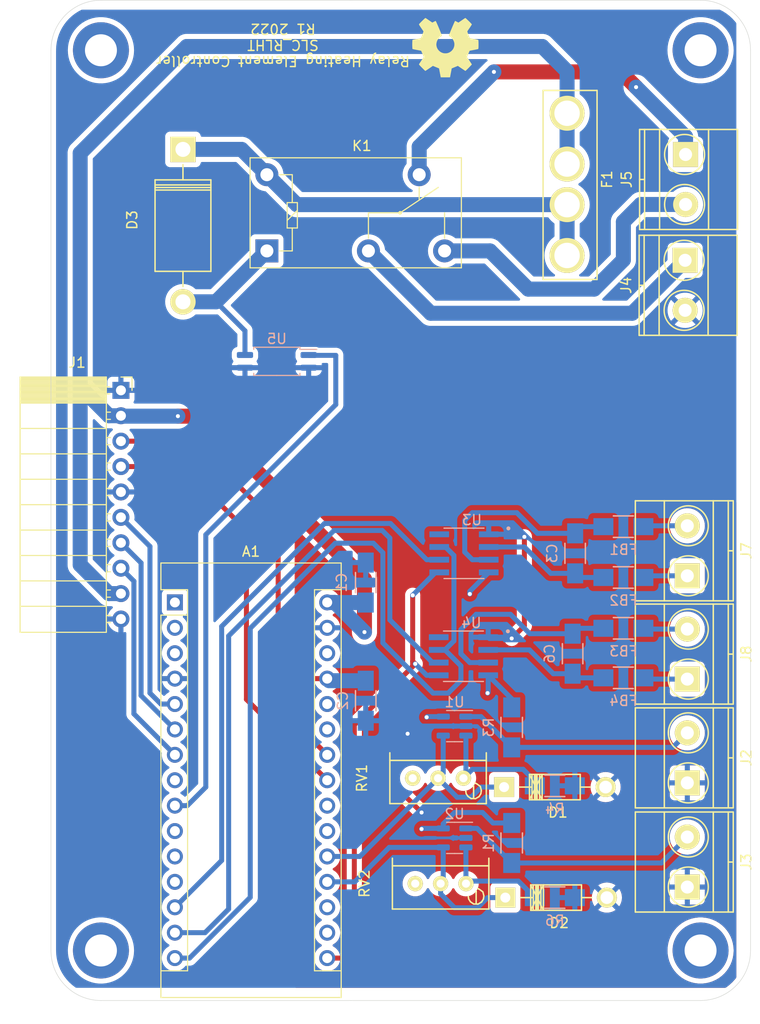
<source format=kicad_pcb>
(kicad_pcb (version 20211014) (generator pcbnew)
  (layers (0 "F.Cu" signal) (31 "B.Cu" signal) (34 "B.Paste" user) (35 "F.Paste" user) (36 "B.SilkS" user "B.Silkscreen") (37 "F.SilkS" user "F.Silkscreen") (38 "B.Mask" user) (39 "F.Mask" user) (44 "Edge.Cuts" user))
  (net 0 "")
  (net 3 "GND")
  (net 5 "+5V")
  (net 8 "/TMSTR1")
  (net 9 "/TMSTR2")
  (net 10 "/I2C_TC_CLK")
  (net 12 "/I2C_DAT")
  (net 14 "/SYNC")
  (net 16 "/E_STOP")
  (net 23 "+12V")
  (net 24 "/INT")
  (net 25 "/PWM")
  (net 26 "/TC_DATA")
  (net 27 "/TC_CLK")
  (net 28 "/SS1")
  (net 29 "/SS2")
  (net 30 "/T-1")
  (net 31 "/T+1")
  (net 32 "Net-(D3-Pad1)")
  (net 34 "/T-2")
  (net 35 "/T+2")
  (net 37 "Net-(FB1-Pad2)")
  (net 38 "Net-(FB2-Pad2)")
  (net 39 "Net-(FB3-Pad2)")
  (net 40 "Net-(FB4-Pad2)")
  (net 41 "Net-(J2-Pad2)")
  (net 42 "Net-(J3-Pad2)")
  (net 43 "Net-(J5-Pad1)")
  (net 44 "Net-(J5-Pad2)")
  (net 45 "Net-(R4-Pad1)")
  (net 46 "Net-(R6-Pad1)")
  (net 49 "Net-(J4-Pad1)")
  (net 50 "Net-(K1-Pad1)")
  (footprint "MountingHole:MountingHole_3.2mm_M3_DIN965_Pad" (layer "F.Cu") (at 127.6 44.8)
    (fp_text reference "H1" hide)
    (fp_text value "MountingHole")
    (pad "1" thru_hole circle locked (at 0 0) (size 5.6 5.6) (drill 3.2) (layers *.Cu *.Mask))
  )
  (footprint "MountingHole:MountingHole_3.2mm_M3_DIN965_Pad" (layer "F.Cu") (at 187.6 44.8)
    (fp_text reference "H2" hide)
    (fp_text value "MountingHole")
    (pad "1" thru_hole circle locked (at 0 0) (size 5.6 5.6) (drill 3.2) (layers *.Cu *.Mask))
  )
  (footprint "MountingHole:MountingHole_3.2mm_M3_DIN965_Pad" (layer "F.Cu") (at 127.6 134.8)
    (fp_text reference "H3" hide)
    (fp_text value "MountingHole")
    (pad "1" thru_hole circle locked (at 0 0) (size 5.6 5.6) (drill 3.2) (layers *.Cu *.Mask))
  )
  (footprint "MountingHole:MountingHole_3.2mm_M3_DIN965_Pad" (layer "F.Cu") (at 187.6 134.8)
    (fp_text reference "H4" hide)
    (fp_text value "MountingHole")
    (pad "1" thru_hole circle locked (at 0 0) (size 5.6 5.6) (drill 3.2) (layers *.Cu *.Mask))
  )
  (footprint "Module:Arduino_Nano" (layer "F.Cu") (at 135 100)
    (fp_text reference "A1" (at 7.62 -5.08) (layer "F.SilkS"))
    (fp_text value "Arduino_Nano_v3.x")
    (pad "1" thru_hole rect locked (at 0 0) (size 1.6 1.6) (drill 1) (layers *.Cu *.Mask))
    (pad "2" thru_hole oval locked (at 0 2.54) (size 1.6 1.6) (drill 1) (layers *.Cu *.Mask))
    (pad "3" thru_hole oval locked (at 0 5.08) (size 1.6 1.6) (drill 1) (layers *.Cu *.Mask))
    (pad "4" thru_hole oval locked (at 0 7.62) (size 1.6 1.6) (drill 1) (layers *.Cu *.Mask) (net 3 "GND"))
    (pad "5" thru_hole oval locked (at 0 10.16) (size 1.6 1.6) (drill 1) (layers *.Cu *.Mask) (net 16 "/E_STOP"))
    (pad "6" thru_hole oval locked (at 0 12.7) (size 1.6 1.6) (drill 1) (layers *.Cu *.Mask) (net 24 "/INT"))
    (pad "7" thru_hole oval locked (at 0 15.24) (size 1.6 1.6) (drill 1) (layers *.Cu *.Mask) (net 14 "/SYNC"))
    (pad "8" thru_hole oval locked (at 0 17.78) (size 1.6 1.6) (drill 1) (layers *.Cu *.Mask))
    (pad "9" thru_hole oval locked (at 0 20.32) (size 1.6 1.6) (drill 1) (layers *.Cu *.Mask) (net 25 "/PWM"))
    (pad "10" thru_hole oval locked (at 0 22.86) (size 1.6 1.6) (drill 1) (layers *.Cu *.Mask))
    (pad "11" thru_hole oval locked (at 0 25.4) (size 1.6 1.6) (drill 1) (layers *.Cu *.Mask))
    (pad "12" thru_hole oval locked (at 0 27.94) (size 1.6 1.6) (drill 1) (layers *.Cu *.Mask))
    (pad "13" thru_hole oval locked (at 0 30.48) (size 1.6 1.6) (drill 1) (layers *.Cu *.Mask) (net 28 "/SS1"))
    (pad "14" thru_hole oval locked (at 0 33.02) (size 1.6 1.6) (drill 1) (layers *.Cu *.Mask) (net 29 "/SS2"))
    (pad "15" thru_hole oval locked (at 0 35.56) (size 1.6 1.6) (drill 1) (layers *.Cu *.Mask) (net 26 "/TC_DATA"))
    (pad "16" thru_hole oval locked (at 15.24 35.56) (size 1.6 1.6) (drill 1) (layers *.Cu *.Mask) (net 27 "/TC_CLK"))
    (pad "17" thru_hole oval locked (at 15.24 33.02) (size 1.6 1.6) (drill 1) (layers *.Cu *.Mask))
    (pad "18" thru_hole oval locked (at 15.24 30.48) (size 1.6 1.6) (drill 1) (layers *.Cu *.Mask))
    (pad "19" thru_hole oval locked (at 15.24 27.94) (size 1.6 1.6) (drill 1) (layers *.Cu *.Mask) (net 9 "/TMSTR2"))
    (pad "20" thru_hole oval locked (at 15.24 25.4) (size 1.6 1.6) (drill 1) (layers *.Cu *.Mask) (net 8 "/TMSTR1"))
    (pad "21" thru_hole oval locked (at 15.24 22.86) (size 1.6 1.6) (drill 1) (layers *.Cu *.Mask))
    (pad "22" thru_hole oval locked (at 15.24 20.32) (size 1.6 1.6) (drill 1) (layers *.Cu *.Mask))
    (pad "23" thru_hole oval locked (at 15.24 17.78) (size 1.6 1.6) (drill 1) (layers *.Cu *.Mask) (net 12 "/I2C_DAT"))
    (pad "24" thru_hole oval locked (at 15.24 15.24) (size 1.6 1.6) (drill 1) (layers *.Cu *.Mask) (net 10 "/I2C_TC_CLK"))
    (pad "25" thru_hole oval locked (at 15.24 12.7) (size 1.6 1.6) (drill 1) (layers *.Cu *.Mask))
    (pad "26" thru_hole oval locked (at 15.24 10.16) (size 1.6 1.6) (drill 1) (layers *.Cu *.Mask))
    (pad "27" thru_hole oval locked (at 15.24 7.62) (size 1.6 1.6) (drill 1) (layers *.Cu *.Mask) (net 5 "+5V"))
    (pad "28" thru_hole oval locked (at 15.24 5.08) (size 1.6 1.6) (drill 1) (layers *.Cu *.Mask))
    (pad "29" thru_hole oval locked (at 15.24 2.54) (size 1.6 1.6) (drill 1) (layers *.Cu *.Mask) (net 3 "GND"))
    (pad "30" thru_hole oval locked (at 15.24 0) (size 1.6 1.6) (drill 1) (layers *.Cu *.Mask) (net 23 "+12V"))
  )
  (footprint "Connector_PinSocket_2.54mm:PinSocket_1x10_P2.54mm_Horizontal" (layer "F.Cu") (at 129.6 78.8)
    (fp_text reference "J1" (at -4.38 -2.77) (layer "F.SilkS"))
    (fp_text value "Conn_01x10_Female")
    (pad "1" thru_hole rect locked (at 0 0) (size 1.7 1.7) (drill 1) (layers *.Cu *.Mask) (net 3 "GND"))
    (pad "2" thru_hole oval locked (at 0 2.54) (size 1.7 1.7) (drill 1) (layers *.Cu *.Mask) (net 23 "+12V"))
    (pad "3" thru_hole oval locked (at 0 5.08) (size 1.7 1.7) (drill 1) (layers *.Cu *.Mask) (net 10 "/I2C_TC_CLK"))
    (pad "4" thru_hole oval locked (at 0 7.62) (size 1.7 1.7) (drill 1) (layers *.Cu *.Mask) (net 12 "/I2C_DAT"))
    (pad "5" thru_hole oval locked (at 0 10.16) (size 1.7 1.7) (drill 1) (layers *.Cu *.Mask) (net 3 "GND"))
    (pad "6" thru_hole oval locked (at 0 12.7) (size 1.7 1.7) (drill 1) (layers *.Cu *.Mask) (net 16 "/E_STOP"))
    (pad "7" thru_hole oval locked (at 0 15.24) (size 1.7 1.7) (drill 1) (layers *.Cu *.Mask) (net 24 "/INT"))
    (pad "8" thru_hole oval locked (at 0 17.78) (size 1.7 1.7) (drill 1) (layers *.Cu *.Mask) (net 14 "/SYNC"))
    (pad "9" thru_hole oval locked (at 0 20.32) (size 1.7 1.7) (drill 1) (layers *.Cu *.Mask) (net 23 "+12V"))
    (pad "10" thru_hole oval locked (at 0 22.86) (size 1.7 1.7) (drill 1) (layers *.Cu *.Mask) (net 3 "GND"))
  )
  (footprint "Symbol:OSHW-Symbol_6.7x6mm_SilkScreen" (layer "F.Cu") (at 162.075 44.525 180)
    (fp_text reference "Logo1" hide)
    (fp_text value "Logo_Open_Hardware_Small" hide)
  )
  (footprint "OCI:TerminalBlock_Pheonix_MKDS1.5-2pol" (layer "F.Cu") (at 186.273 118.043 90)
    (fp_text reference "J2" (at 2.5 5.9 90) (layer "F.SilkS"))
    (fp_text value "Term_2")
    (pad "1" thru_hole rect locked (at 0 0 90) (size 2.5 2.5) (drill 1.3) (layers *.Cu *.Mask "F.SilkS") (net 3 "GND"))
    (pad "2" thru_hole circle locked (at 5 0 90) (size 2.5 2.5) (drill 1.3) (layers *.Cu *.Mask "F.SilkS") (net 41 "Net-(J2-Pad2)"))
  )
  (footprint "OCI:TerminalBlock_Pheonix_MKDS1.5-2pol" (layer "F.Cu") (at 186.273 128.457 90)
    (fp_text reference "J3" (at 2.5 5.9 90) (layer "F.SilkS"))
    (fp_text value "Term_2")
    (pad "1" thru_hole rect locked (at 0 0 90) (size 2.5 2.5) (drill 1.3) (layers *.Cu *.Mask "F.SilkS") (net 3 "GND"))
    (pad "2" thru_hole circle locked (at 5 0 90) (size 2.5 2.5) (drill 1.3) (layers *.Cu *.Mask "F.SilkS") (net 42 "Net-(J3-Pad2)"))
  )
  (footprint "OCI:Diode_DO-201AD_Horizontal_RM15" (layer "F.Cu") (at 135.80504 54.70878 -90)
    (fp_text reference "D3" (at 7.06722 5.07704 90) (layer "F.SilkS"))
    (fp_text value "General_Purpose_Diode")
    (pad "1" thru_hole rect locked (at 0.00122 -0.00296 90) (size 2.54 2.54) (drill 1.50114) (layers *.Cu *.Mask "F.SilkS") (net 32 "Net-(D3-Pad1)"))
    (pad "2" thru_hole circle locked (at 15.24122 -0.00296 90) (size 2.54 2.54) (drill 1.50114) (layers *.Cu *.Mask "F.SilkS") (net 50 "Net-(K1-Pad1)"))
  )
  (footprint "OCI:TerminalBlock_Pheonix_MKDS1.5-2pol" (layer "F.Cu") (at 186.1 55.218 -90)
    (fp_text reference "J5" (at 2.5 5.9 90) (layer "F.SilkS"))
    (fp_text value "Term_2")
    (pad "1" thru_hole rect locked (at 0 0 270) (size 2.5 2.5) (drill 1.3) (layers *.Cu *.Mask "F.SilkS") (net 43 "Net-(J5-Pad1)"))
    (pad "2" thru_hole circle locked (at 5 0 270) (size 2.5 2.5) (drill 1.3) (layers *.Cu *.Mask "F.SilkS") (net 44 "Net-(J5-Pad2)"))
  )
  (footprint "OCI:TerminalBlock_Pheonix_MKDS1.5-2pol" (layer "F.Cu") (at 186.273 107.669 90)
    (fp_text reference "J8" (at 2.5 5.9 90) (layer "F.SilkS"))
    (fp_text value "Term_2")
    (pad "1" thru_hole rect locked (at 0 0 90) (size 2.5 2.5) (drill 1.3) (layers *.Cu *.Mask "F.SilkS") (net 40 "Net-(FB4-Pad2)"))
    (pad "2" thru_hole circle locked (at 5 0 90) (size 2.5 2.5) (drill 1.3) (layers *.Cu *.Mask "F.SilkS") (net 39 "Net-(FB3-Pad2)"))
  )
  (footprint "OCI:Diode_DO-41_SOD81_Horizontal_RM10" (layer "F.Cu") (at 168.066 129.51554)
    (fp_text reference "D2" (at 5.38734 2.53746) (layer "F.SilkS"))
    (fp_text value "5.1V_z")
    (pad "1" thru_hole rect locked (at 0 -0.00254 180) (size 1.99898 1.99898) (drill 1.00076) (layers *.Cu *.Mask "F.SilkS") (net 9 "/TMSTR2"))
    (pad "2" thru_hole circle locked (at 10.16 -0.00254 180) (size 1.99898 1.99898) (drill 1.27) (layers *.Cu *.Mask "F.SilkS") (net 3 "GND"))
  )
  (footprint "OCI:TerminalBlock_Pheonix_MKDS1.5-2pol" (layer "F.Cu") (at 186.273 97.342 90)
    (fp_text reference "J7" (at 2.5 5.9 90) (layer "F.SilkS"))
    (fp_text value "Term_2")
    (pad "1" thru_hole rect locked (at 0 0 90) (size 2.5 2.5) (drill 1.3) (layers *.Cu *.Mask "F.SilkS") (net 38 "Net-(FB2-Pad2)"))
    (pad "2" thru_hole circle locked (at 5 0 90) (size 2.5 2.5) (drill 1.3) (layers *.Cu *.Mask "F.SilkS") (net 37 "Net-(FB1-Pad2)"))
  )
  (footprint "OCI:Potentiometer_Bourns_3296W_3-8Zoll_Inline_ScrewUp" (layer "F.Cu") (at 164.129 128.116 90)
    (fp_text reference "RV2" (at 0 -10.16 90) (layer "F.SilkS"))
    (fp_text value "10k_t")
    (pad "1" thru_hole circle locked (at 0 0 90) (size 1.524 1.524) (drill 0.8128) (layers *.Cu *.Mask "F.SilkS") (net 46 "Net-(R6-Pad1)"))
    (pad "2" thru_hole circle locked (at 0 -2.54 90) (size 1.524 1.524) (drill 0.8128) (layers *.Cu *.Mask "F.SilkS") (net 9 "/TMSTR2"))
    (pad "3" thru_hole circle locked (at 0 -5.08 90) (size 1.524 1.524) (drill 0.8128) (layers *.Cu *.Mask "F.SilkS"))
  )
  (footprint "OCI:TerminalBlock_Pheonix_MKDS1.5-2pol" (layer "F.Cu") (at 186.054 65.799 -90)
    (fp_text reference "J4" (at 2.5 5.9 90) (layer "F.SilkS"))
    (fp_text value "Term_2")
    (pad "1" thru_hole rect locked (at 0 0 270) (size 2.5 2.5) (drill 1.3) (layers *.Cu *.Mask "F.SilkS") (net 49 "Net-(J4-Pad1)"))
    (pad "2" thru_hole circle locked (at 5 0 270) (size 2.5 2.5) (drill 1.3) (layers *.Cu *.Mask "F.SilkS") (net 3 "GND"))
  )
  (footprint "OCI:Diode_DO-41_SOD81_Horizontal_RM10" (layer "F.Cu") (at 167.939 118.46654)
    (fp_text reference "D1" (at 5.38734 2.53746) (layer "F.SilkS"))
    (fp_text value "5.1V_z")
    (pad "1" thru_hole rect locked (at 0 -0.00254 180) (size 1.99898 1.99898) (drill 1.00076) (layers *.Cu *.Mask "F.SilkS") (net 8 "/TMSTR1"))
    (pad "2" thru_hole circle locked (at 10.16 -0.00254 180) (size 1.99898 1.99898) (drill 1.27) (layers *.Cu *.Mask "F.SilkS") (net 3 "GND"))
  )
  (footprint "OCI:Potentiometer_Bourns_3296W_3-8Zoll_Inline_ScrewUp" (layer "F.Cu") (at 163.875 117.575 90)
    (fp_text reference "RV1" (at 0 -10.16 90) (layer "F.SilkS"))
    (fp_text value "10k_t")
    (pad "1" thru_hole circle locked (at 0 0 90) (size 1.524 1.524) (drill 0.8128) (layers *.Cu *.Mask "F.SilkS") (net 45 "Net-(R4-Pad1)"))
    (pad "2" thru_hole circle locked (at 0 -2.54 90) (size 1.524 1.524) (drill 0.8128) (layers *.Cu *.Mask "F.SilkS") (net 8 "/TMSTR1"))
    (pad "3" thru_hole circle locked (at 0 -5.08 90) (size 1.524 1.524) (drill 0.8128) (layers *.Cu *.Mask "F.SilkS"))
  )
  (footprint "Relay_THT:Relay_SPDT_Omron-G5Q-1" (layer "F.Cu") (at 144.205 64.86)
    (fp_text reference "K1" (at 9.5 -10.5) (layer "F.SilkS"))
    (fp_text value "G5Q-1")
    (pad "1" thru_hole rect (at 0 0 180) (size 2.3 2.3) (drill 1.3) (layers *.Cu *.Mask) (net 50 "Net-(K1-Pad1)"))
    (pad "2" thru_hole circle (at 10.16 0 180) (size 2.3 2.3) (drill 1.3) (layers *.Cu *.Mask) (net 49 "Net-(J4-Pad1)"))
    (pad "3" thru_hole circle (at 17.78 0 180) (size 2.3 2.3) (drill 1.3) (layers *.Cu *.Mask) (net 44 "Net-(J5-Pad2)"))
    (pad "4" thru_hole circle (at 15.24 -7.62 180) (size 2.3 2.3) (drill 1.3) (layers *.Cu *.Mask) (net 43 "Net-(J5-Pad1)"))
    (pad "5" thru_hole circle (at 0 -7.62 180) (size 2.3 2.3) (drill 1.3) (layers *.Cu *.Mask) (net 32 "Net-(D3-Pad1)"))
  )
  (footprint "OCI:Fuse_Holder" (layer "F.Cu") (at 174.243 58.216 90)
    (fp_text reference "F1" (at 0.5 4 90) (layer "F.SilkS"))
    (fp_text value "10A")
    (pad "1" thru_hole circle locked (at -2.02 0 90) (size 3.5 3.5) (drill 2.54) (layers *.Cu *.Mask "F.SilkS") (net 32 "Net-(D3-Pad1)"))
    (pad "1" thru_hole circle locked (at -7.1 0 90) (size 3.5 3.5) (drill 2.54) (layers *.Cu *.Mask "F.SilkS") (net 32 "Net-(D3-Pad1)"))
    (pad "2" thru_hole circle locked (at 2.04 0 90) (size 3.5 3.5) (drill 2.54) (layers *.Cu *.Mask "F.SilkS") (net 23 "+12V"))
    (pad "2" thru_hole circle locked (at 7.12 0 90) (size 3.5 3.5) (drill 2.54) (layers *.Cu *.Mask "F.SilkS") (net 23 "+12V"))
  )
  (footprint "OCI:R_1206_HandSoldering" (layer "B.Cu") (at 179.877 107.542)
    (fp_text reference "FB4" (at 0 2.3) (layer "B.SilkS") (effects (justify mirror)))
    (fp_text value "Ferrite_Bead_Small")
    (pad "1" smd rect locked (at -2 0) (size 2 1.7) (layers "B.Cu" "B.Paste" "B.Mask") (net 34 "/T-2"))
    (pad "2" smd rect locked (at 2 0) (size 2 1.7) (layers "B.Cu" "B.Paste" "B.Mask") (net 40 "Net-(FB4-Pad2)"))
  )
  (footprint "OCI:R_1206_HandSoldering" (layer "B.Cu") (at 173.019 118.337)
    (fp_text reference "R4" (at 0 2.3) (layer "B.SilkS") (effects (justify mirror)))
    (fp_text value "10k")
    (pad "1" smd rect locked (at -2 0) (size 2 1.7) (layers "B.Cu" "B.Paste" "B.Mask") (net 45 "Net-(R4-Pad1)"))
    (pad "2" smd rect locked (at 2 0) (size 2 1.7) (layers "B.Cu" "B.Paste" "B.Mask") (net 3 "GND"))
  )
  (footprint "Package_TO_SOT_SMD:SOT-23-5" (layer "B.Cu") (at 162.986 123.544 180)
    (fp_text reference "U2" (at 0 2.4) (layer "B.SilkS") (effects (justify mirror)))
    (fp_text value "MCP6001U")
    (pad "1" smd roundrect (at -1.1375 0.95 180) (size 1.325 0.6) (layers "B.Cu" "B.Paste" "B.Mask") (net 42 "Net-(J3-Pad2)"))
    (pad "2" smd roundrect (at -1.1375 0 180) (size 1.325 0.6) (layers "B.Cu" "B.Paste" "B.Mask") (net 3 "GND"))
    (pad "3" smd roundrect (at -1.1375 -0.95 180) (size 1.325 0.6) (layers "B.Cu" "B.Paste" "B.Mask") (net 46 "Net-(R6-Pad1)"))
    (pad "4" smd roundrect (at 1.1375 -0.95 180) (size 1.325 0.6) (layers "B.Cu" "B.Paste" "B.Mask") (net 9 "/TMSTR2"))
    (pad "5" smd roundrect (at 1.1375 0.95 180) (size 1.325 0.6) (layers "B.Cu" "B.Paste" "B.Mask") (net 5 "+5V"))
  )
  (footprint "Package_TO_SOT_SMD:SOT-23-5" (layer "B.Cu") (at 162.986 112.368 180)
    (fp_text reference "U1" (at 0 2.4) (layer "B.SilkS") (effects (justify mirror)))
    (fp_text value "MCP6001U")
    (pad "1" smd roundrect (at -1.1375 0.95 180) (size 1.325 0.6) (layers "B.Cu" "B.Paste" "B.Mask") (net 41 "Net-(J2-Pad2)"))
    (pad "2" smd roundrect (at -1.1375 0 180) (size 1.325 0.6) (layers "B.Cu" "B.Paste" "B.Mask") (net 3 "GND"))
    (pad "3" smd roundrect (at -1.1375 -0.95 180) (size 1.325 0.6) (layers "B.Cu" "B.Paste" "B.Mask") (net 45 "Net-(R4-Pad1)"))
    (pad "4" smd roundrect (at 1.1375 -0.95 180) (size 1.325 0.6) (layers "B.Cu" "B.Paste" "B.Mask") (net 8 "/TMSTR1"))
    (pad "5" smd roundrect (at 1.1375 0.95 180) (size 1.325 0.6) (layers "B.Cu" "B.Paste" "B.Mask") (net 5 "+5V"))
  )
  (footprint "OCI:R_1206_HandSoldering" (layer "B.Cu") (at 173.019 129.513)
    (fp_text reference "R6" (at 0 2.3) (layer "B.SilkS") (effects (justify mirror)))
    (fp_text value "10k")
    (pad "1" smd rect locked (at -2 0) (size 2 1.7) (layers "B.Cu" "B.Paste" "B.Mask") (net 46 "Net-(R6-Pad1)"))
    (pad "2" smd rect locked (at 2 0) (size 2 1.7) (layers "B.Cu" "B.Paste" "B.Mask") (net 3 "GND"))
  )
  (footprint "OCI:C_1206_HandSoldering" (layer "B.Cu") (at 174.797 105.129 -90)
    (fp_text reference "C6" (at 0 2.3 -270) (layer "B.SilkS") (effects (justify mirror)))
    (fp_text value "0.01 uF")
    (pad "1" smd rect locked (at -2 0 270) (size 2 1.6) (layers "B.Cu" "B.Paste" "B.Mask") (net 35 "/T+2"))
    (pad "2" smd rect locked (at 2 0 270) (size 2 1.6) (layers "B.Cu" "B.Paste" "B.Mask") (net 34 "/T-2"))
  )
  (footprint "OCI:C_1206_HandSoldering" (layer "B.Cu") (at 154.096 98.017 90)
    (fp_text reference "C1" (at 0 -2.413 90) (layer "B.SilkS") (effects (justify mirror)))
    (fp_text value "10uF_t")
    (pad "1" smd rect locked (at -2 0 90) (size 2 1.6) (layers "B.Cu" "B.Paste" "B.Mask") (net 23 "+12V"))
    (pad "2" smd rect locked (at 2 0 90) (size 2 1.6) (layers "B.Cu" "B.Paste" "B.Mask") (net 3 "GND"))
  )
  (footprint "MAX6675ISA_:SOIC127P600X175-8N" (layer "B.Cu") (at 163.875 105.383 180)
    (fp_text reference "U4" (at -0.795 3.332) (layer "B.SilkS") (effects (justify mirror)))
    (fp_text value "MAX6675ISA+")
    (pad "1" smd roundrect locked (at -2.475 1.905 180) (size 1.97 0.59) (layers "B.Cu" "B.Paste" "B.Mask") (roundrect_rratio 0.07) (net 3 "GND"))
    (pad "2" smd roundrect locked (at -2.475 0.635 180) (size 1.97 0.59) (layers "B.Cu" "B.Paste" "B.Mask") (roundrect_rratio 0.07) (net 34 "/T-2"))
    (pad "3" smd roundrect locked (at -2.475 -0.635 180) (size 1.97 0.59) (layers "B.Cu" "B.Paste" "B.Mask") (roundrect_rratio 0.07) (net 35 "/T+2"))
    (pad "4" smd roundrect locked (at -2.475 -1.905 180) (size 1.97 0.59) (layers "B.Cu" "B.Paste" "B.Mask") (roundrect_rratio 0.07) (net 5 "+5V"))
    (pad "5" smd roundrect locked (at 2.475 -1.905 180) (size 1.97 0.59) (layers "B.Cu" "B.Paste" "B.Mask") (roundrect_rratio 0.07) (net 27 "/TC_CLK"))
    (pad "6" smd roundrect locked (at 2.475 -0.635 180) (size 1.97 0.59) (layers "B.Cu" "B.Paste" "B.Mask") (roundrect_rratio 0.07) (net 29 "/SS2"))
    (pad "7" smd roundrect locked (at 2.475 0.635 180) (size 1.97 0.59) (layers "B.Cu" "B.Paste" "B.Mask") (roundrect_rratio 0.07) (net 26 "/TC_DATA"))
    (pad "8" smd roundrect locked (at 2.475 1.905 180) (size 1.97 0.59) (layers "B.Cu" "B.Paste" "B.Mask") (roundrect_rratio 0.07))
  )
  (footprint "OCI:R_1206_HandSoldering" (layer "B.Cu") (at 179.877 92.429)
    (fp_text reference "FB1" (at 0 2.3) (layer "B.SilkS") (effects (justify mirror)))
    (fp_text value "Ferrite_Bead_Small")
    (pad "1" smd rect locked (at -2 0) (size 2 1.7) (layers "B.Cu" "B.Paste" "B.Mask") (net 31 "/T+1"))
    (pad "2" smd rect locked (at 2 0) (size 2 1.7) (layers "B.Cu" "B.Paste" "B.Mask") (net 37 "Net-(FB1-Pad2)"))
  )
  (footprint "OCI:R_1206_HandSoldering" (layer "B.Cu") (at 179.877 102.589)
    (fp_text reference "FB3" (at 0 2.3) (layer "B.SilkS") (effects (justify mirror)))
    (fp_text value "Ferrite_Bead_Small")
    (pad "1" smd rect locked (at -2 0) (size 2 1.7) (layers "B.Cu" "B.Paste" "B.Mask") (net 35 "/T+2"))
    (pad "2" smd rect locked (at 2 0) (size 2 1.7) (layers "B.Cu" "B.Paste" "B.Mask") (net 39 "Net-(FB3-Pad2)"))
  )
  (footprint "OCI:R_1206_HandSoldering" (layer "B.Cu") (at 168.701 124.052 -90)
    (fp_text reference "R1" (at 0 2.3 90) (layer "B.SilkS") (effects (justify mirror)))
    (fp_text value "10k")
    (pad "1" smd rect locked (at -2 0 270) (size 2 1.7) (layers "B.Cu" "B.Paste" "B.Mask") (net 5 "+5V"))
    (pad "2" smd rect locked (at 2 0 270) (size 2 1.7) (layers "B.Cu" "B.Paste" "B.Mask") (net 42 "Net-(J3-Pad2)"))
  )
  (footprint "Package_SO:SOP-4_4.4x2.6mm_P1.27mm" (layer "B.Cu") (at 145.2 75.9 180)
    (fp_text reference "U5" (at 0 2.25) (layer "B.SilkS") (effects (justify mirror)))
    (fp_text value "TCMT1100")
    (pad "1" smd roundrect (at -3.1875 0.635 180) (size 1.625 0.6) (layers "B.Cu" "B.Paste" "B.Mask") (net 25 "/PWM"))
    (pad "2" smd roundrect (at -3.1875 -0.635 180) (size 1.625 0.6) (layers "B.Cu" "B.Paste" "B.Mask") (net 3 "GND"))
    (pad "3" smd roundrect (at 3.1875 -0.635 180) (size 1.625 0.6) (layers "B.Cu" "B.Paste" "B.Mask") (net 3 "GND"))
    (pad "4" smd roundrect (at 3.1875 0.635 180) (size 1.625 0.6) (layers "B.Cu" "B.Paste" "B.Mask") (net 50 "Net-(K1-Pad1)"))
  )
  (footprint "OCI:R_1206_HandSoldering" (layer "B.Cu") (at 168.701 112.495 -90)
    (fp_text reference "R3" (at 0 2.3 90) (layer "B.SilkS") (effects (justify mirror)))
    (fp_text value "10k")
    (pad "1" smd rect locked (at -2 0 270) (size 2 1.7) (layers "B.Cu" "B.Paste" "B.Mask") (net 5 "+5V"))
    (pad "2" smd rect locked (at 2 0 270) (size 2 1.7) (layers "B.Cu" "B.Paste" "B.Mask") (net 41 "Net-(J2-Pad2)"))
  )
  (footprint "OCI:C_1206_HandSoldering" (layer "B.Cu") (at 175.051 95.096 -90)
    (fp_text reference "C3" (at 0 2.3 -270) (layer "B.SilkS") (effects (justify mirror)))
    (fp_text value "0.01 uF")
    (pad "1" smd rect locked (at -2 0 270) (size 2 1.6) (layers "B.Cu" "B.Paste" "B.Mask") (net 31 "/T+1"))
    (pad "2" smd rect locked (at 2 0 270) (size 2 1.6) (layers "B.Cu" "B.Paste" "B.Mask") (net 30 "/T-1"))
  )
  (footprint "OCI:C_1206_HandSoldering" (layer "B.Cu") (at 154.096 109.828 -90)
    (fp_text reference "C2" (at 0 2.3 90) (layer "B.SilkS") (effects (justify mirror)))
    (fp_text value "10uF_t")
    (pad "1" smd rect locked (at -2 0 270) (size 2 1.6) (layers "B.Cu" "B.Paste" "B.Mask") (net 5 "+5V"))
    (pad "2" smd rect locked (at 2 0 270) (size 2 1.6) (layers "B.Cu" "B.Paste" "B.Mask") (net 3 "GND"))
  )
  (footprint "MAX6675ISA_:SOIC127P600X175-8N" (layer "B.Cu") (at 163.928 95.096 180)
    (fp_text reference "U3" (at -0.795 3.332) (layer "B.SilkS") (effects (justify mirror)))
    (fp_text value "MAX6675ISA+")
    (pad "1" smd roundrect locked (at -2.475 1.905 180) (size 1.97 0.59) (layers "B.Cu" "B.Paste" "B.Mask") (roundrect_rratio 0.07) (net 3 "GND"))
    (pad "2" smd roundrect locked (at -2.475 0.635 180) (size 1.97 0.59) (layers "B.Cu" "B.Paste" "B.Mask") (roundrect_rratio 0.07) (net 30 "/T-1"))
    (pad "3" smd roundrect locked (at -2.475 -0.635 180) (size 1.97 0.59) (layers "B.Cu" "B.Paste" "B.Mask") (roundrect_rratio 0.07) (net 31 "/T+1"))
    (pad "4" smd roundrect locked (at -2.475 -1.905 180) (size 1.97 0.59) (layers "B.Cu" "B.Paste" "B.Mask") (roundrect_rratio 0.07) (net 5 "+5V"))
    (pad "5" smd roundrect locked (at 2.475 -1.905 180) (size 1.97 0.59) (layers "B.Cu" "B.Paste" "B.Mask") (roundrect_rratio 0.07) (net 27 "/TC_CLK"))
    (pad "6" smd roundrect locked (at 2.475 -0.635 180) (size 1.97 0.59) (layers "B.Cu" "B.Paste" "B.Mask") (roundrect_rratio 0.07) (net 28 "/SS1"))
    (pad "7" smd roundrect locked (at 2.475 0.635 180) (size 1.97 0.59) (layers "B.Cu" "B.Paste" "B.Mask") (roundrect_rratio 0.07) (net 26 "/TC_DATA"))
    (pad "8" smd roundrect locked (at 2.475 1.905 180) (size 1.97 0.59) (layers "B.Cu" "B.Paste" "B.Mask") (roundrect_rratio 0.07))
  )
  (footprint "OCI:R_1206_HandSoldering" (layer "B.Cu") (at 179.877 97.509)
    (fp_text reference "FB2" (at 0 2.3) (layer "B.SilkS") (effects (justify mirror)))
    (fp_text value "Ferrite_Bead_Small")
    (pad "1" smd rect locked (at -2 0) (size 2 1.7) (layers "B.Cu" "B.Paste" "B.Mask") (net 30 "/T-1"))
    (pad "2" smd rect locked (at 2 0) (size 2 1.7) (layers "B.Cu" "B.Paste" "B.Mask") (net 38 "Net-(FB2-Pad2)"))
  )
  (gr_line (start 192.6 44.8) (end 192.6 94.8) (layer "Edge.Cuts") (width 0.05))
  (gr_arc (start 192.6 134.8) (mid 191.135534 138.335534) (end 187.6 139.8) (layer "Edge.Cuts") (width 0.05))
  (gr_arc (start 122.6 44.8) (mid 124.064466 41.264466) (end 127.6 39.8) (layer "Edge.Cuts") (width 0.05))
  (gr_line (start 192.6 94.8) (end 192.6 134.8) (layer "Edge.Cuts") (width 0.05))
  (gr_line (start 122.6 134.8) (end 122.6 44.8) (layer "Edge.Cuts") (width 0.05))
  (gr_line (start 127.6 39.8) (end 152.6 39.8) (layer "Edge.Cuts") (width 0.05))
  (gr_arc (start 127.6 139.8) (mid 124.064466 138.335534) (end 122.6 134.8) (layer "Edge.Cuts") (width 0.05))
  (gr_line (start 152.6 139.8) (end 187.6 139.8) (layer "Edge.Cuts") (width 0.05))
  (gr_line (start 127.6 139.8) (end 152.6 139.8) (layer "Edge.Cuts") (width 0.05))
  (gr_line (start 152.6 39.8) (end 187.6 39.8) (layer "Edge.Cuts") (width 0.05))
  (gr_arc (start 187.6 39.8) (mid 191.135534 41.264466) (end 192.6 44.8) (layer "Edge.Cuts") (width 0.05))
  (gr_text "Relay Heating Element Controller\nSLC_RLHT\nR1 2022" (at 145.819 44.271 180) (layer "F.SilkS") (effects (font (size 1 1))))
  (segment (start 156.636 114.781) (end 156.636 117.956) (width 0.5) (layer "F.Cu") (net 3))
  (segment (start 169.971 102.335) (end 168.701 103.605) (width 0.5) (layer "F.Cu") (net 3))
  (segment (start 156.636 117.956) (end 159.684 121.004) (width 0.5) (layer "F.Cu") (net 3))
  (segment (start 158.287 113.13) (end 156.636 114.781) (width 0.5) (layer "F.Cu") (net 3))
  (segment (start 169.971 93.445) (end 169.971 102.335) (width 0.5) (layer "F.Cu") (net 3))
  (via (at 158.287 113.13) (size 0.5) (drill 0.4) (layers "F.Cu" "B.Cu") (net 3))
  (via (at 168.701 103.605) (size 0.5) (drill 0.4) (layers "F.Cu" "B.Cu") (net 3))
  (via (at 169.971 93.445) (size 0.5) (drill 0.4) (layers "F.Cu" "B.Cu") (net 3))
  (via (at 159.684 121.004) (size 0.5) (drill 0.4) (layers "F.Cu" "B.Cu") (net 3))
  (segment (start 169.717 93.191) (end 169.971 93.445) (width 0.5) (layer "B.Cu") (net 3))
  (segment (start 168.701 103.605) (end 166.477 103.605) (width 0.5) (layer "B.Cu") (net 3))
  (segment (start 166.477 103.605) (end 166.35 103.478) (width 0.5) (layer "B.Cu") (net 3))
  (segment (start 164.1235 112.368) (end 159.049 112.368) (width 0.5) (layer "B.Cu") (net 3))
  (segment (start 159.049 112.368) (end 158.287 113.13) (width 0.5) (layer "B.Cu") (net 3))
  (segment (start 166.403 93.191) (end 169.717 93.191) (width 0.5) (layer "B.Cu") (net 3))
  (segment (start 166.288 109.066) (end 164.51 107.288) (width 0.5) (layer "F.Cu") (net 5))
  (segment (start 164.51 107.288) (end 164.51 99.16) (width 0.5) (layer "F.Cu") (net 5))
  (via (at 164.51 99.16) (size 0.5) (drill 0.4) (layers "F.Cu" "B.Cu") (net 5))
  (via (at 159.684 122.655) (size 0.5) (drill 0.4) (layers "F.Cu" "B.Cu") (net 5))
  (via (at 160.192 111.479) (size 0.5) (drill 0.4) (layers "F.Cu" "B.Cu") (net 5))
  (via (at 166.288 109.066) (size 0.5) (drill 0.4) (layers "F.Cu" "B.Cu") (net 5))
  (segment (start 168.701 109.639) (end 166.35 107.288) (width 0.5) (layer "B.Cu") (net 5))
  (segment (start 164.51 98.894) (end 166.403 97.001) (width 0.5) (layer "B.Cu") (net 5))
  (segment (start 166.828 122.052) (end 165.78 121.004) (width 0.5) (layer "B.Cu") (net 5))
  (segment (start 161.8485 122.594) (end 159.745 122.594) (width 0.5) (layer "B.Cu") (net 5))
  (segment (start 164.51 99.16) (end 164.51 98.894) (width 0.5) (layer "B.Cu") (net 5))
  (segment (start 166.35 109.004) (end 166.288 109.066) (width 0.5) (layer "B.Cu") (net 5))
  (segment (start 154.096 107.828) (end 150.448 107.828) (width 1.5) (layer "B.Cu") (net 5))
  (segment (start 168.701 122.052) (end 166.828 122.052) (width 0.5) (layer "B.Cu") (net 5))
  (segment (start 159.745 122.594) (end 159.684 122.655) (width 0.5) (layer "B.Cu") (net 5))
  (segment (start 162.986 121.004) (end 161.8485 122.1415) (width 0.5) (layer "B.Cu") (net 5))
  (segment (start 165.78 121.004) (end 162.986 121.004) (width 0.5) (layer "B.Cu") (net 5))
  (segment (start 168.701 110.495) (end 168.701 109.639) (width 0.5) (layer "B.Cu") (net 5))
  (segment (start 161.8485 122.1415) (end 161.8485 122.594) (width 0.5) (layer "B.Cu") (net 5))
  (segment (start 161.8485 111.418) (end 160.253 111.418) (width 0.5) (layer "B.Cu") (net 5))
  (segment (start 150.42 107.8) (end 150.24 107.62) (width 0.5) (layer "B.Cu") (net 5))
  (segment (start 160.253 111.418) (end 160.192 111.479) (width 0.5) (layer "B.Cu") (net 5))
  (segment (start 166.35 107.288) (end 166.35 109.004) (width 0.5) (layer "B.Cu") (net 5))
  (segment (start 150.448 107.828) (end 150.24 107.62) (width 1.5) (layer "B.Cu") (net 5))
  (segment (start 161.8485 113.318) (end 161.8485 117.0615) (width 0.5) (layer "B.Cu") (net 8))
  (segment (start 163.24 119.48) (end 161.335 117.575) (width 0.5) (layer "B.Cu") (net 8))
  (segment (start 161.8485 117.0615) (end 161.335 117.575) (width 0.5) (layer "B.Cu") (net 8))
  (segment (start 165.653 118.464) (end 164.637 119.48) (width 0.5) (layer "B.Cu") (net 8))
  (segment (start 167.939 118.464) (end 165.653 118.464) (width 0.5) (layer "B.Cu") (net 8))
  (segment (start 164.637 119.48) (end 163.24 119.48) (width 0.5) (layer "B.Cu") (net 8))
  (segment (start 150.24 125.4) (end 153.51 125.4) (width 0.5) (layer "B.Cu") (net 8))
  (segment (start 153.51 125.4) (end 161.335 117.575) (width 0.5) (layer "B.Cu") (net 8))
  (segment (start 161.589 129.132) (end 161.589 128.116) (width 0.5) (layer "B.Cu") (net 9))
  (segment (start 162.986 130.529) (end 161.589 129.132) (width 0.5) (layer "B.Cu") (net 9))
  (segment (start 150.24 127.94) (end 153.002 127.94) (width 0.5) (layer "B.Cu") (net 9))
  (segment (start 166.288 129.513) (end 165.272 130.529) (width 0.5) (layer "B.Cu") (net 9))
  (segment (start 153.002 127.94) (end 156.448 124.494) (width 0.5) (layer "B.Cu") (net 9))
  (segment (start 161.8485 127.8565) (end 161.589 128.116) (width 0.5) (layer "B.Cu") (net 9))
  (segment (start 168.066 129.513) (end 166.288 129.513) (width 0.5) (layer "B.Cu") (net 9))
  (segment (start 165.272 130.529) (end 162.986 130.529) (width 0.5) (layer "B.Cu") (net 9))
  (segment (start 156.448 124.494) (end 161.8485 124.494) (width 0.5) (layer "B.Cu") (net 9))
  (segment (start 161.8485 124.494) (end 161.8485 127.8565) (width 0.5) (layer "B.Cu") (net 9))
  (segment (start 145.333 92.302) (end 136.911 83.88) (width 0.5) (layer "F.Cu") (net 10))
  (segment (start 150.24 115.24) (end 145.333 110.333) (width 0.5) (layer "F.Cu") (net 10))
  (segment (start 145.333 110.333) (end 145.333 92.302) (width 0.5) (layer "F.Cu") (net 10))
  (segment (start 136.911 83.88) (end 129.6 83.88) (width 0.5) (layer "F.Cu") (net 10))
  (segment (start 142.158 109.698) (end 150.24 117.78) (width 0.5) (layer "F.Cu") (net 12))
  (segment (start 135.768 86.42) (end 142.158 92.81) (width 0.5) (layer "F.Cu") (net 12))
  (segment (start 129.6 86.42) (end 135.768 86.42) (width 0.5) (layer "F.Cu") (net 12))
  (segment (start 142.158 92.81) (end 142.158 109.698) (width 0.5) (layer "F.Cu") (net 12))
  (segment (start 130.899511 97.879511) (end 130.899511 111.139511) (width 0.5) (layer "B.Cu") (net 14))
  (segment (start 130.899511 111.139511) (end 135 115.24) (width 0.5) (layer "B.Cu") (net 14))
  (segment (start 129.6 96.58) (end 130.899511 97.879511) (width 0.5) (layer "B.Cu") (net 14))
  (segment (start 132.506 94.406) (end 132.506 109.066) (width 0.5) (layer "B.Cu") (net 16))
  (segment (start 129.6 91.5) (end 132.506 94.406) (width 0.5) (layer "B.Cu") (net 16))
  (segment (start 133.6 110.16) (end 135 110.16) (width 0.5) (layer "B.Cu") (net 16))
  (segment (start 132.506 109.066) (end 133.6 110.16) (width 0.5) (layer "B.Cu") (net 16))
  (segment (start 130.18 91.5) (end 129.6 91.5) (width 0.5) (layer "B.Cu") (net 16))
  (segment (start 153.969 102.97) (end 153.969 97.669) (width 1.5) (layer "F.Cu") (net 23))
  (segment (start 137.68 81.38) (end 135.3 81.38) (width 1.5) (layer "F.Cu") (net 23))
  (segment (start 153.969 97.669) (end 137.68 81.38) (width 1.5) (layer "F.Cu") (net 23))
  (via (at 153.969 102.97) (size 0.5) (drill 0.4) (layers "F.Cu" "B.Cu") (net 23))
  (via (at 135.3 81.38) (size 0.5) (drill 0.4) (layers "F.Cu" "B.Cu") (net 23))
  (segment (start 128.397919 81.34) (end 129.6 81.34) (width 1.5) (layer "B.Cu") (net 23))
  (segment (start 174.243 51.096) (end 174.243 56.176) (width 1.5) (layer "B.Cu") (net 23))
  (segment (start 125.521 96.243081) (end 125.521 78.463081) (width 1.5) (layer "B.Cu") (net 23))
  (segment (start 171.759 44.423) (end 136.189 44.423) (width 1.5) (layer "B.Cu") (net 23))
  (segment (start 174.243 46.907) (end 174.243 51.096) (width 1.5) (layer "B.Cu") (net 23))
  (segment (start 150.24 100) (end 150.999 100) (width 1.5) (layer "B.Cu") (net 23))
  (segment (start 150.257 100.017) (end 150.24 100) (width 1.5) (layer "B.Cu") (net 23))
  (segment (start 171.759 44.423) (end 174.243 46.907) (width 1.5) (layer "B.Cu") (net 23))
  (segment (start 125.521 78.463081) (end 128.397919 81.34) (width 1.5) (layer "B.Cu") (net 23))
  (segment (start 136.189 44.423) (end 125.521 55.091) (width 1.5) (layer "B.Cu") (net 23))
  (segment (start 128.99 81.34) (end 129.6 81.34) (width 0.5) (layer "B.Cu") (net 23))
  (segment (start 150.999 100) (end 153.969 102.97) (width 1.5) (layer "B.Cu") (net 23))
  (segment (start 129.6 99.12) (end 128.397919 99.12) (width 1.5) (layer "B.Cu") (net 23))
  (segment (start 129.64 81.38) (end 129.6 81.34) (width 1.5) (layer "B.Cu") (net 23))
  (segment (start 128.397919 99.12) (end 125.521 96.243081) (width 1.5) (layer "B.Cu") (net 23))
  (segment (start 154.096 100.017) (end 150.257 100.017) (width 1.5) (layer "B.Cu") (net 23))
  (segment (start 125.521 55.091) (end 125.521 78.463081) (width 1.5) (layer "B.Cu") (net 23))
  (segment (start 135.3 81.38) (end 129.64 81.38) (width 1.5) (layer "B.Cu") (net 23))
  (segment (start 174.299 51.04) (end 174.243 51.096) (width 1.5) (layer "B.Cu") (net 23))
  (segment (start 129.6 94.04) (end 131.617 96.057) (width 0.5) (layer "B.Cu") (net 24))
  (segment (start 131.617 96.057) (end 131.617 109.317) (width 0.5) (layer "B.Cu") (net 24))
  (segment (start 130.18 94.04) (end 129.6 94.04) (width 0.5) (layer "B.Cu") (net 24))
  (segment (start 131.617 109.317) (end 135 112.7) (width 0.5) (layer "B.Cu") (net 24))
  (segment (start 136.238 120.32) (end 135 120.32) (width 0.5) (layer "B.Cu") (net 25))
  (segment (start 138.094 93.231) (end 138.094 118.464) (width 0.5) (layer "B.Cu") (net 25))
  (segment (start 148.3875 75.265) (end 148.4225 75.3) (width 0.5) (layer "B.Cu") (net 25))
  (segment (start 151.1 80.225) (end 138.094 93.231) (width 0.5) (layer "B.Cu") (net 25))
  (segment (start 151.1 75.3) (end 151.1 80.225) (width 0.5) (layer "B.Cu") (net 25))
  (segment (start 148.4225 75.3) (end 151.1 75.3) (width 0.5) (layer "B.Cu") (net 25))
  (segment (start 138.094 118.464) (end 136.238 120.32) (width 0.5) (layer "B.Cu") (net 25))
  (segment (start 162.92148 103.848044) (end 162.021524 104.748) (width 0.5) (layer "B.Cu") (net 26))
  (segment (start 163.621 107.796) (end 163.621 106.347476) (width 0.5) (layer "B.Cu") (net 26))
  (segment (start 160.827 109.066) (end 162.351 109.066) (width 0.5) (layer "B.Cu") (net 26))
  (segment (start 162.021524 104.748) (end 161.4 104.748) (width 0.5) (layer "B.Cu") (net 26))
  (segment (start 136.46527 135.56) (end 142.539 129.48627) (width 0.5) (layer "B.Cu") (net 26))
  (segment (start 135 135.56) (end 136.46527 135.56) (width 0.5) (layer "B.Cu") (net 26))
  (segment (start 155.80948 95.031458) (end 155.80948 104.04848) (width 0.5) (layer "B.Cu") (net 26))
  (segment (start 161.453 94.461) (end 162.074524 94.461) (width 0.5) (layer "B.Cu") (net 26))
  (segment (start 154.858022 94.08) (end 155.80948 95.031458) (width 0.5) (layer "B.Cu") (net 26))
  (segment (start 155.80948 104.04848) (end 160.827 109.066) (width 0.5) (layer "B.Cu") (net 26))
  (segment (start 163.621 106.347476) (end 162.021524 104.748) (width 0.5) (layer "B.Cu") (net 26))
  (segment (start 162.92148 95.307956) (end 162.92148 103.848044) (width 0.5) (layer "B.Cu") (net 26))
  (segment (start 151.048 94.08) (end 154.858022 94.08) (width 0.5) (layer "B.Cu") (net 26))
  (segment (start 162.351 109.066) (end 163.621 107.796) (width 0.5) (layer "B.Cu") (net 26))
  (segment (start 142.539 102.589) (end 151.048 94.08) (width 0.5) (layer "B.Cu") (net 26))
  (segment (start 142.539 129.48627) (end 142.539 102.589) (width 0.5) (layer "B.Cu") (net 26))
  (segment (start 162.074524 94.461) (end 162.92148 95.307956) (width 0.5) (layer "B.Cu") (net 26))
  (segment (start 158.795 99.287) (end 158.795 105.891) (width 0.5) (layer "F.Cu") (net 27))
  (segment (start 158.541 106.653) (end 158.795 106.399) (width 0.5) (layer "F.Cu") (net 27))
  (segment (start 158.541 106.653) (end 152.953 112.241) (width 0.5) (layer "F.Cu") (net 27))
  (segment (start 152.24 135.56) (end 150.24 135.56) (width 0.5) (layer "F.Cu") (net 27))
  (segment (start 152.953 134.847) (end 152.24 135.56) (width 0.5) (layer "F.Cu") (net 27))
  (segment (start 152.953 112.241) (end 152.953 134.847) (width 0.5) (layer "F.Cu") (net 27))
  (segment (start 158.795 106.399) (end 158.795 105.891) (width 0.5) (layer "F.Cu") (net 27))
  (segment (start 159.049 106.145) (end 158.541 106.653) (width 0.5) (layer "F.Cu") (net 27))
  (segment (start 158.795 105.891) (end 159.049 106.145) (width 0.5) (layer "F.Cu") (net 27))
  (via (at 158.795 99.287) (size 0.5) (drill 0.4) (layers "F.Cu" "B.Cu") (net 27))
  (via (at 159.049 106.145) (size 0.5) (drill 0.4) (layers "F.Cu" "B.Cu") (net 27))
  (segment (start 161.081 97.001) (end 158.795 99.287) (width 0.5) (layer "B.Cu") (net 27))
  (segment (start 159.049 106.145) (end 160.192 107.288) (width 0.5) (layer "B.Cu") (net 27))
  (segment (start 161.453 97.001) (end 161.081 97.001) (width 0.5) (layer "B.Cu") (net 27))
  (segment (start 160.192 107.288) (end 161.4 107.288) (width 0.5) (layer "B.Cu") (net 27))
  (segment (start 160.192 95.731) (end 161.453 95.731) (width 0.5) (layer "B.Cu") (net 28))
  (segment (start 135 130.48) (end 139.68048 125.79952) (width 0.5) (layer "B.Cu") (net 28))
  (segment (start 156.571481 92.110481) (end 160.192 95.731) (width 0.5) (layer "B.Cu") (net 28))
  (segment (start 139.68048 102.39952) (end 149.969519 92.110481) (width 0.5) (layer "B.Cu") (net 28))
  (segment (start 139.68048 125.79952) (end 139.68048 102.39952) (width 0.5) (layer "B.Cu") (net 28))
  (segment (start 149.969519 92.110481) (end 156.571481 92.110481) (width 0.5) (layer "B.Cu") (net 28))
  (segment (start 150.921 92.81) (end 140.38 103.351) (width 0.5) (layer "B.Cu") (net 29))
  (segment (start 140.38 103.351) (end 140.38 130.656) (width 0.5) (layer "B.Cu") (net 29))
  (segment (start 156.509 101.748524) (end 156.509 93.572) (width 0.5) (layer "B.Cu") (net 29))
  (segment (start 161.4 106.018) (end 160.778476 106.018) (width 0.5) (layer "B.Cu") (net 29))
  (segment (start 156.509 93.572) (end 155.747 92.81) (width 0.5) (layer "B.Cu") (net 29))
  (segment (start 140.38 130.656) (end 138.016 133.02) (width 0.5) (layer "B.Cu") (net 29))
  (segment (start 160.778476 106.018) (end 156.509 101.748524) (width 0.5) (layer "B.Cu") (net 29))
  (segment (start 138.016 133.02) (end 135 133.02) (width 0.5) (layer "B.Cu") (net 29))
  (segment (start 155.747 92.81) (end 150.921 92.81) (width 0.5) (layer "B.Cu") (net 29))
  (segment (start 172.606 97.096) (end 169.971 94.461) (width 0.5) (layer "B.Cu") (net 30))
  (segment (start 175.051 97.096) (end 172.606 97.096) (width 0.5) (layer "B.Cu") (net 30))
  (segment (start 177.877 97.509) (end 175.464 97.509) (width 0.5) (layer "B.Cu") (net 30))
  (segment (start 169.971 94.461) (end 166.403 94.461) (width 0.5) (layer "B.Cu") (net 30))
  (segment (start 175.464 97.509) (end 175.051 97.096) (width 0.5) (layer "B.Cu") (net 30))
  (segment (start 164.002 94.969) (end 164.764 95.731) (width 0.5) (layer "B.Cu") (net 31))
  (segment (start 177.877 92.429) (end 175.718 92.429) (width 0.5) (layer "B.Cu") (net 31))
  (segment (start 164.002 91.794) (end 164.002 94.969) (width 0.5) (layer "B.Cu") (net 31))
  (segment (start 164.764 91.032) (end 164.002 91.794) (width 0.5) (layer "B.Cu") (net 31))
  (segment (start 164.764 95.731) (end 166.403 95.731) (width 0.5) (layer "B.Cu") (net 31))
  (segment (start 175.051 93.096) (end 171.273 93.096) (width 0.5) (layer "B.Cu") (net 31))
  (segment (start 175.718 92.429) (end 175.051 93.096) (width 0.5) (layer "B.Cu") (net 31))
  (segment (start 171.273 93.096) (end 169.209 91.032) (width 0.5) (layer "B.Cu") (net 31))
  (segment (start 169.209 91.032) (end 164.764 91.032) (width 0.5) (layer "B.Cu") (net 31))
  (segment (start 135.808 54.71) (end 141.675 54.71) (width 1.5) (layer "B.Cu") (net 32))
  (segment (start 144.205 57.24) (end 147.201 60.236) (width 1.5) (layer "B.Cu") (net 32))
  (segment (start 141.675 54.71) (end 144.205 57.24) (width 1.5) (layer "B.Cu") (net 32))
  (segment (start 174.243 60.236) (end 174.243 65.316) (width 1.5) (layer "B.Cu") (net 32))
  (segment (start 147.201 60.236) (end 174.243 60.236) (width 1.5) (layer "B.Cu") (net 32))
  (segment (start 174.797 107.129) (end 172.86 107.129) (width 0.5) (layer "B.Cu") (net 34))
  (segment (start 172.86 107.129) (end 170.479 104.748) (width 0.5) (layer "B.Cu") (net 34))
  (segment (start 177.877 107.542) (end 175.21 107.542) (width 0.5) (layer "B.Cu") (net 34))
  (segment (start 170.479 104.748) (end 166.35 104.748) (width 0.5) (layer "B.Cu") (net 34))
  (segment (start 175.21 107.542) (end 174.797 107.129) (width 0.5) (layer "B.Cu") (net 34))
  (segment (start 163.621 102.716) (end 163.621 105.129) (width 0.5) (layer "B.Cu") (net 35))
  (segment (start 174.797 103.129) (end 170.511 103.129) (width 0.5) (layer "B.Cu") (net 35))
  (segment (start 170.511 103.129) (end 168.574 101.192) (width 0.5) (layer "B.Cu") (net 35))
  (segment (start 168.574 101.192) (end 165.145 101.192) (width 0.5) (layer "B.Cu") (net 35))
  (segment (start 177.877 102.589) (end 175.337 102.589) (width 0.5) (layer "B.Cu") (net 35))
  (segment (start 163.621 105.129) (end 164.51 106.018) (width 0.5) (layer "B.Cu") (net 35))
  (segment (start 175.337 102.589) (end 174.797 103.129) (width 0.5) (layer "B.Cu") (net 35))
  (segment (start 165.145 101.192) (end 163.621 102.716) (width 0.5) (layer "B.Cu") (net 35))
  (segment (start 164.51 106.018) (end 166.35 106.018) (width 0.5) (layer "B.Cu") (net 35))
  (segment (start 181.964 92.342) (end 181.877 92.429) (width 0.5) (layer "B.Cu") (net 37))
  (segment (start 186.273 92.342) (end 181.964 92.342) (width 0.5) (layer "B.Cu") (net 37))
  (segment (start 186.273 97.342) (end 182.044 97.342) (width 0.5) (layer "B.Cu") (net 38))
  (segment (start 182.044 97.342) (end 181.877 97.509) (width 0.5) (layer "B.Cu") (net 38))
  (segment (start 186.273 102.669) (end 181.957 102.669) (width 0.5) (layer "B.Cu") (net 39))
  (segment (start 181.957 102.669) (end 181.877 102.589) (width 0.5) (layer "B.Cu") (net 39))
  (segment (start 182.004 107.669) (end 181.877 107.542) (width 0.5) (layer "B.Cu") (net 40))
  (segment (start 186.273 107.669) (end 182.004 107.669) (width 0.5) (layer "B.Cu") (net 40))
  (segment (start 164.1235 111.418) (end 165.624 111.418) (width 0.5) (layer "B.Cu") (net 41))
  (segment (start 168.701 114.495) (end 184.821 114.495) (width 0.5) (layer "B.Cu") (net 41))
  (segment (start 184.821 114.495) (end 186.273 113.043) (width 0.5) (layer "B.Cu") (net 41))
  (segment (start 165.624 111.418) (end 168.701 114.495) (width 0.5) (layer "B.Cu") (net 41))
  (segment (start 164.1235 122.594) (end 165.243 122.594) (width 0.5) (layer "B.Cu") (net 42))
  (segment (start 168.701 126.052) (end 183.678 126.052) (width 0.5) (layer "B.Cu") (net 42))
  (segment (start 165.243 122.594) (end 168.701 126.052) (width 0.5) (layer "B.Cu") (net 42))
  (segment (start 183.678 126.052) (end 186.273 123.457) (width 0.5) (layer "B.Cu") (net 42))
  (segment (start 179.623 46.963) (end 181.147 48.487) (width 1.5) (layer "F.Cu") (net 43))
  (segment (start 166.923 46.963) (end 179.623 46.963) (width 1.5) (layer "F.Cu") (net 43))
  (via (at 181.147 48.487) (size 0.5) (drill 0.4) (layers "F.Cu" "B.Cu") (net 43))
  (via (at 166.923 46.963) (size 0.5) (drill 0.4) (layers "F.Cu" "B.Cu") (net 43))
  (segment (start 159.445 57.24) (end 159.445 54.441) (width 1.5) (layer "B.Cu") (net 43))
  (segment (start 181.147 48.487) (end 186.1 53.44) (width 1.5) (layer "B.Cu") (net 43))
  (segment (start 186.1 53.44) (end 186.1 55.218) (width 1.5) (layer "B.Cu") (net 43))
  (segment (start 159.445 54.441) (end 166.923 46.963) (width 1.5) (layer "B.Cu") (net 43))
  (segment (start 170.352 68.68) (end 176.956 68.68) (width 1.5) (layer "B.Cu") (net 44))
  (segment (start 181.608 60.218) (end 186.1 60.218) (width 1.5) (layer "B.Cu") (net 44))
  (segment (start 179.877 61.949) (end 181.608 60.218) (width 1.5) (layer "B.Cu") (net 44))
  (segment (start 161.985 64.86) (end 166.532 64.86) (width 1.5) (layer "B.Cu") (net 44))
  (segment (start 166.532 64.86) (end 170.352 68.68) (width 1.5) (layer "B.Cu") (net 44))
  (segment (start 179.877 65.759) (end 179.877 61.949) (width 1.5) (layer "B.Cu") (net 44))
  (segment (start 176.956 68.68) (end 179.877 65.759) (width 1.5) (layer "B.Cu") (net 44))
  (segment (start 164.764 116.686) (end 163.875 117.575) (width 0.5) (layer "B.Cu") (net 45))
  (segment (start 164.1235 117.3265) (end 163.875 117.575) (width 0.5) (layer "B.Cu") (net 45))
  (segment (start 171.019 117.861) (end 169.844 116.686) (width 0.5) (layer "B.Cu") (net 45))
  (segment (start 164.1235 113.318) (end 164.1235 117.3265) (width 0.5) (layer "B.Cu") (net 45))
  (segment (start 171.019 118.337) (end 171.019 117.861) (width 0.5) (layer "B.Cu") (net 45))
  (segment (start 169.844 116.686) (end 164.764 116.686) (width 0.5) (layer "B.Cu") (net 45))
  (segment (start 164.1235 124.494) (end 164.1235 128.1105) (width 0.5) (layer "B.Cu") (net 46))
  (segment (start 171.019 129.513) (end 169.368 127.862) (width 0.5) (layer "B.Cu") (net 46))
  (segment (start 164.1235 128.1105) (end 164.129 128.116) (width 0.5) (layer "B.Cu") (net 46))
  (segment (start 169.368 127.862) (end 164.383 127.862) (width 0.5) (layer "B.Cu") (net 46))
  (segment (start 164.383 127.862) (end 164.129 128.116) (width 0.5) (layer "B.Cu") (net 46))
  (segment (start 160.598 71.093) (end 180.76 71.093) (width 1.5) (layer "B.Cu") (net 49))
  (segment (start 180.76 71.093) (end 186.054 65.799) (width 1.5) (layer "B.Cu") (net 49))
  (segment (start 154.365 64.86) (end 160.598 71.093) (width 1.5) (layer "B.Cu") (net 49))
  (segment (start 135.85 69.95) (end 135.808 69.95) (width 0.5) (layer "F.Cu") (net 50))
  (segment (start 139.115 69.95) (end 144.205 64.86) (width 1.5) (layer "B.Cu") (net 50))
  (segment (start 135.808 69.95) (end 139.115 69.95) (width 1.5) (layer "B.Cu") (net 50))
  (segment (start 142.0125 72.8475) (end 139.115 69.95) (width 0.5) (layer "B.Cu") (net 50))
  (segment (start 142.0125 75.265) (end 142.0125 72.8475) (width 0.5) (layer "B.Cu") (net 50))
  (zone (net 5) (net_name "+5V") (layer "F.Cu") (connect_pads (clearance 0.508)) (min_thickness 0.254) (fill yes (thermal_gap 0.508) (thermal_bridge_width 0.508))
    (polygon (pts (xy 191.18 138.53) (xy 146.984 138.53) (xy 146.984 89.889) (xy 191.18 89.889)))
  )
  (zone (net 3) (net_name "GND") (layer "B.Cu") (connect_pads (clearance 0.508)) (min_thickness 0.254) (fill yes (thermal_gap 0.508) (thermal_bridge_width 0.508))
    (polygon (pts (xy 191.18 138.53) (xy 122.6 138.53) (xy 122.6 40.74) (xy 191.18 40.74)))
  )
)
</source>
